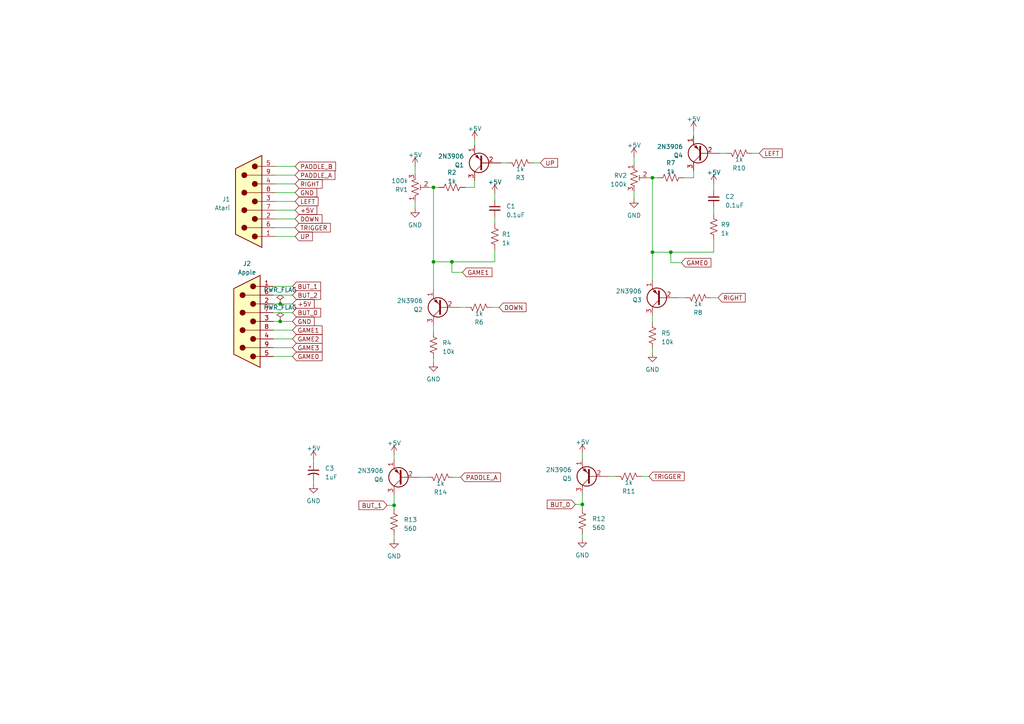
<source format=kicad_sch>
(kicad_sch (version 20230121) (generator eeschema)
  (paper "A4")
  (lib_symbols
    (symbol "Connector:DE9_Plug" (pin_names (offset 1.016) hide)
      (property "Reference" "J" (at 0 13.97 0))
      (property "Value" "DE9_Plug" (at 0 -14.605 0))
      (symbol "DE9_Plug_0_1"
        (circle (center -1.778 -10.16) (radius 0.762) (fill (type outline)))
        (circle (center -1.778 -5.08) (radius 0.762) (fill (type outline)))
        (circle (center -1.778 0) (radius 0.762) (fill (type outline)))
        (circle (center -1.778 5.08) (radius 0.762) (fill (type outline)))
        (circle (center -1.778 10.16) (radius 0.762) (fill (type outline)))
        (polyline (pts (xy -3.81 -10.16) (xy -2.54 -10.16)))
        (polyline (pts (xy -3.81 -7.62) (xy 0.508 -7.62)))
        (polyline (pts (xy -3.81 -5.08) (xy -2.54 -5.08)))
        (polyline (pts (xy -3.81 -2.54) (xy 0.508 -2.54)))
        (polyline (pts (xy -3.81 0) (xy -2.54 0)))
        (polyline (pts (xy -3.81 2.54) (xy 0.508 2.54)))
        (polyline (pts (xy -3.81 5.08) (xy -2.54 5.08)))
        (polyline (pts (xy -3.81 7.62) (xy 0.508 7.62)))
        (polyline (pts (xy -3.81 10.16) (xy -2.54 10.16)))
        (polyline (pts (xy -3.81 -13.335) (xy -3.81 13.335) (xy 3.81 9.525) (xy 3.81 -9.525) (xy -3.81 -13.335)) (stroke (width 0.254)) (fill (type background)))
        (circle (center 1.27 -7.62) (radius 0.762) (fill (type outline)))
        (circle (center 1.27 -2.54) (radius 0.762) (fill (type outline)))
        (circle (center 1.27 2.54) (radius 0.762) (fill (type outline)))
        (circle (center 1.27 7.62) (radius 0.762) (fill (type outline)))
      )
      (symbol "DE9_Plug_1_1"
        (pin passive line (at -7.62 -10.16 0) (length 3.81) (name "1") (number "1"))
        (pin passive line (at -7.62 -5.08 0) (length 3.81) (name "2") (number "2"))
        (pin passive line (at -7.62 0 0) (length 3.81) (name "3") (number "3"))
        (pin passive line (at -7.62 5.08 0) (length 3.81) (name "4") (number "4"))
        (pin passive line (at -7.62 10.16 0) (length 3.81) (name "5") (number "5"))
        (pin passive line (at -7.62 -7.62 0) (length 3.81) (name "6") (number "6"))
        (pin passive line (at -7.62 -2.54 0) (length 3.81) (name "7") (number "7"))
        (pin passive line (at -7.62 2.54 0) (length 3.81) (name "8") (number "8"))
        (pin passive line (at -7.62 7.62 0) (length 3.81) (name "9") (number "9"))
      )
    )
    (symbol "Device:C_Polarized_Small_US" (pin_numbers hide) (pin_names (offset 0.254) hide)
      (property "Reference" "C" (at 0.254 1.778 0))
      (property "Value" "C_Polarized_Small_US" (at 0.254 -2.032 0))
      (symbol "C_Polarized_Small_US_0_1"
        (polyline (pts (xy -1.524 0.508) (xy 1.524 0.508)) (stroke (width 0.3048)))
        (polyline (pts (xy -1.27 1.524) (xy -0.762 1.524)))
        (polyline (pts (xy -1.016 1.27) (xy -1.016 1.778)))
        (arc (start 1.524 -0.762) (mid 0 -0.3734) (end -1.524 -0.762) (stroke (width 0.3048)))
      )
      (symbol "C_Polarized_Small_US_1_1"
        (pin passive line (at 0 2.54 270) (length 2.032) (name "~") (number "1"))
        (pin passive line (at 0 -2.54 90) (length 2.032) (name "~") (number "2"))
      )
    )
    (symbol "Device:C_Small" (pin_numbers hide) (pin_names (offset 0.254) hide)
      (property "Reference" "C" (at 0.254 1.778 0))
      (property "Value" "C_Small" (at 0.254 -2.032 0))
      (symbol "C_Small_0_1"
        (polyline (pts (xy -1.524 -0.508) (xy 1.524 -0.508)) (stroke (width 0.3302)))
        (polyline (pts (xy -1.524 0.508) (xy 1.524 0.508)) (stroke (width 0.3048)))
      )
      (symbol "C_Small_1_1"
        (pin passive line (at 0 2.54 270) (length 2.032) (name "~") (number "1"))
        (pin passive line (at 0 -2.54 90) (length 2.032) (name "~") (number "2"))
      )
    )
    (symbol "Device:R_Potentiometer_Trim_US" (pin_names (offset 1.016) hide)
      (property "Reference" "RV" (at -4.445 0 90))
      (property "Value" "R_Potentiometer_Trim_US" (at -2.54 0 90))
      (symbol "R_Potentiometer_Trim_US_0_1"
        (polyline (pts (xy 0 -2.286) (xy 0 -2.54)))
        (polyline (pts (xy 0 2.286) (xy 0 2.54)))
        (polyline (pts (xy 1.524 0.762) (xy 1.524 -0.762)))
        (polyline (pts (xy 2.54 0) (xy 1.524 0)))
        (polyline (pts (xy 0 -0.762) (xy 1.016 -1.143) (xy 0 -1.524) (xy -1.016 -1.905) (xy 0 -2.286)))
        (polyline (pts (xy 0 0.762) (xy 1.016 0.381) (xy 0 0) (xy -1.016 -0.381) (xy 0 -0.762)))
        (polyline (pts (xy 0 2.286) (xy 1.016 1.905) (xy 0 1.524) (xy -1.016 1.143) (xy 0 0.762)))
      )
      (symbol "R_Potentiometer_Trim_US_1_1"
        (pin passive line (at 0 3.81 270) (length 1.27) (name "1") (number "1"))
        (pin passive line (at 3.81 0 180) (length 1.27) (name "2") (number "2"))
        (pin passive line (at 0 -3.81 90) (length 1.27) (name "3") (number "3"))
      )
    )
    (symbol "Device:R_US" (pin_numbers hide) (pin_names (offset 0))
      (property "Reference" "R" (at 2.54 0 90))
      (property "Value" "R_US" (at -2.54 0 90))
      (symbol "R_US_0_1"
        (polyline (pts (xy 0 -2.286) (xy 0 -2.54)))
        (polyline (pts (xy 0 2.286) (xy 0 2.54)))
        (polyline (pts (xy 0 -0.762) (xy 1.016 -1.143) (xy 0 -1.524) (xy -1.016 -1.905) (xy 0 -2.286)))
        (polyline (pts (xy 0 0.762) (xy 1.016 0.381) (xy 0 0) (xy -1.016 -0.381) (xy 0 -0.762)))
        (polyline (pts (xy 0 2.286) (xy 1.016 1.905) (xy 0 1.524) (xy -1.016 1.143) (xy 0 0.762)))
      )
      (symbol "R_US_1_1"
        (pin passive line (at 0 3.81 270) (length 1.27) (name "~") (number "1"))
        (pin passive line (at 0 -3.81 90) (length 1.27) (name "~") (number "2"))
      )
    )
    (symbol "Transistor_BJT:2N3906" (pin_names (offset 0) hide)
      (property "Reference" "Q" (at 5.08 1.905 0))
      (property "Value" "2N3906" (at 5.08 0 0))
      (symbol "2N3906_0_1"
        (polyline (pts (xy 0.635 0.635) (xy 2.54 2.54)))
        (polyline (pts (xy 0.635 -0.635) (xy 2.54 -2.54) (xy 2.54 -2.54)))
        (polyline (pts (xy 0.635 1.905) (xy 0.635 -1.905) (xy 0.635 -1.905)) (stroke (width 0.508)))
        (polyline (pts (xy 2.286 -1.778) (xy 1.778 -2.286) (xy 1.27 -1.27) (xy 2.286 -1.778) (xy 2.286 -1.778)) (fill (type outline)))
        (circle (center 1.27 0) (radius 2.8194) (stroke (width 0.254)))
      )
      (symbol "2N3906_1_1"
        (pin passive line (at 2.54 -5.08 90) (length 2.54) (name "E") (number "1"))
        (pin input line (at -5.08 0 0) (length 5.715) (name "B") (number "2"))
        (pin passive line (at 2.54 5.08 270) (length 2.54) (name "C") (number "3"))
      )
    )
    (symbol "power:+5V" (power) (pin_names (offset 0))
      (property "Value" "+5V" (at 0 3.556 0))
      (symbol "+5V_0_1"
        (polyline (pts (xy -0.762 1.27) (xy 0 2.54)))
        (polyline (pts (xy 0 0) (xy 0 2.54)))
        (polyline (pts (xy 0 2.54) (xy 0.762 1.27)))
      )
      (symbol "+5V_1_1"
        (pin power_in line (at 0 0 90) (length 0) hide (name "+5V") (number "1"))
      )
    )
    (symbol "power:GND" (power) (pin_names (offset 0))
      (property "Value" "GND" (at 0 -3.81 0))
      (symbol "GND_0_1"
        (polyline (pts (xy 0 0) (xy 0 -1.27) (xy 1.27 -1.27) (xy 0 -2.54) (xy -1.27 -1.27) (xy 0 -1.27)))
      )
      (symbol "GND_1_1"
        (pin power_in line (at 0 0 270) (length 0) hide (name "GND") (number "1"))
      )
    )
    (symbol "power:PWR_FLAG" (power) (pin_numbers hide) (pin_names (offset 0) hide)
      (property "Value" "PWR_FLAG" (at 0 3.81 0))
      (symbol "PWR_FLAG_0_0"
        (pin power_out line (at 0 0 90) (length 0) (name "pwr") (number "1"))
      )
      (symbol "PWR_FLAG_0_1"
        (polyline (pts (xy 0 0) (xy 0 1.27) (xy -1.016 1.905) (xy 0 2.54) (xy 1.016 1.905) (xy 0 1.27)))
      )
    )
  )
  (junction (at 189.23 73.152))
  (junction (at 131.064 75.946))
  (junction (at 81.28 88.138))
  (junction (at 168.91 146.304))
  (junction (at 189.23 51.562))
  (junction (at 125.73 75.946))
  (junction (at 194.564 73.152))
  (junction (at 114.3 146.558))
  (junction (at 81.28 93.218))
  (junction (at 125.73 54.356))
  (wire (pts (xy 194.564 73.152) (xy 207.01 73.152)))
  (wire (pts (xy 189.23 51.562) (xy 190.754 51.562)))
  (wire (pts (xy 154.686 47.244) (xy 156.718 47.244)))
  (wire (pts (xy 120.396 58.166) (xy 120.396 60.452)))
  (wire (pts (xy 183.896 45.466) (xy 183.896 47.752)))
  (wire (pts (xy 168.91 146.304) (xy 168.91 147.32)))
  (wire (pts (xy 90.932 139.446) (xy 90.932 140.462)))
  (wire (pts (xy 81.28 88.138) (xy 84.836 88.138)))
  (wire (pts (xy 186.182 138.176) (xy 188.214 138.176)))
  (wire (pts (xy 79.248 83.058) (xy 84.836 83.058)))
  (wire (pts (xy 218.186 44.45) (xy 220.218 44.45)))
  (wire (pts (xy 85.598 60.96) (xy 79.756 60.96)))
  (wire (pts (xy 207.01 60.198) (xy 207.01 61.976)))
  (wire (pts (xy 114.3 146.558) (xy 114.3 147.574)))
  (wire (pts (xy 125.73 94.234) (xy 125.73 96.266)))
  (wire (pts (xy 145.288 47.244) (xy 147.066 47.244)))
  (wire (pts (xy 143.51 75.946) (xy 143.51 72.39)))
  (wire (pts (xy 114.3 143.51) (xy 114.3 146.558)))
  (wire (pts (xy 189.23 51.562) (xy 189.23 73.152)))
  (wire (pts (xy 176.53 138.176) (xy 178.562 138.176)))
  (wire (pts (xy 120.396 48.26) (xy 120.396 50.546)))
  (wire (pts (xy 114.3 146.558) (xy 112.268 146.558)))
  (wire (pts (xy 125.73 75.946) (xy 131.064 75.946)))
  (wire (pts (xy 79.248 98.298) (xy 84.836 98.298)))
  (wire (pts (xy 121.92 138.43) (xy 123.952 138.43)))
  (wire (pts (xy 79.248 95.758) (xy 84.836 95.758)))
  (wire (pts (xy 131.572 138.43) (xy 133.604 138.43)))
  (wire (pts (xy 194.564 73.152) (xy 194.564 76.2)))
  (wire (pts (xy 81.28 93.218) (xy 84.836 93.218)))
  (wire (pts (xy 125.73 54.356) (xy 125.73 75.946)))
  (wire (pts (xy 114.3 155.194) (xy 114.3 156.464)))
  (wire (pts (xy 142.748 89.154) (xy 144.78 89.154)))
  (wire (pts (xy 114.3 131.826) (xy 114.3 133.35)))
  (wire (pts (xy 206.248 86.36) (xy 208.28 86.36)))
  (wire (pts (xy 168.91 146.304) (xy 166.878 146.304)))
  (wire (pts (xy 79.248 88.138) (xy 81.28 88.138)))
  (wire (pts (xy 85.598 50.8) (xy 79.756 50.8)))
  (wire (pts (xy 201.168 37.846) (xy 201.168 39.37)))
  (wire (pts (xy 189.23 91.44) (xy 189.23 93.472)))
  (wire (pts (xy 137.668 40.64) (xy 137.668 42.164)))
  (wire (pts (xy 79.248 100.838) (xy 84.836 100.838)))
  (wire (pts (xy 137.668 52.324) (xy 137.668 54.356)))
  (wire (pts (xy 79.248 93.218) (xy 81.28 93.218)))
  (wire (pts (xy 207.01 53.34) (xy 207.01 55.118)))
  (wire (pts (xy 85.598 58.42) (xy 79.756 58.42)))
  (wire (pts (xy 189.23 73.152) (xy 189.23 81.28)))
  (wire (pts (xy 189.23 73.152) (xy 194.564 73.152)))
  (wire (pts (xy 198.374 51.562) (xy 201.168 51.562)))
  (wire (pts (xy 134.874 54.356) (xy 137.668 54.356)))
  (wire (pts (xy 168.91 143.256) (xy 168.91 146.304)))
  (wire (pts (xy 189.23 101.092) (xy 189.23 102.362)))
  (wire (pts (xy 143.51 56.134) (xy 143.51 57.912)))
  (wire (pts (xy 79.248 85.598) (xy 84.836 85.598)))
  (wire (pts (xy 85.598 63.5) (xy 79.756 63.5)))
  (wire (pts (xy 85.598 68.58) (xy 79.756 68.58)))
  (wire (pts (xy 85.598 48.26) (xy 79.756 48.26)))
  (wire (pts (xy 133.35 89.154) (xy 135.128 89.154)))
  (wire (pts (xy 168.91 131.572) (xy 168.91 133.096)))
  (wire (pts (xy 125.73 54.356) (xy 127.254 54.356)))
  (wire (pts (xy 131.064 78.994) (xy 134.112 78.994)))
  (wire (pts (xy 79.248 103.378) (xy 84.836 103.378)))
  (wire (pts (xy 131.064 75.946) (xy 143.51 75.946)))
  (wire (pts (xy 196.85 86.36) (xy 198.628 86.36)))
  (wire (pts (xy 183.896 55.372) (xy 183.896 57.658)))
  (wire (pts (xy 85.598 53.34) (xy 79.756 53.34)))
  (wire (pts (xy 168.91 154.94) (xy 168.91 156.21)))
  (wire (pts (xy 143.51 62.992) (xy 143.51 64.77)))
  (wire (pts (xy 125.73 75.946) (xy 125.73 84.074)))
  (wire (pts (xy 124.206 54.356) (xy 125.73 54.356)))
  (wire (pts (xy 208.788 44.45) (xy 210.566 44.45)))
  (wire (pts (xy 85.598 55.88) (xy 79.756 55.88)))
  (wire (pts (xy 187.706 51.562) (xy 189.23 51.562)))
  (wire (pts (xy 207.01 73.152) (xy 207.01 69.596)))
  (wire (pts (xy 131.064 75.946) (xy 131.064 78.994)))
  (wire (pts (xy 194.564 76.2) (xy 197.612 76.2)))
  (wire (pts (xy 79.248 90.678) (xy 84.836 90.678)))
  (wire (pts (xy 201.168 49.53) (xy 201.168 51.562)))
  (wire (pts (xy 85.598 66.04) (xy 79.756 66.04)))
  (wire (pts (xy 125.73 103.886) (xy 125.73 105.156)))
  (wire (pts (xy 90.932 133.35) (xy 90.932 134.366)))
  (global_label "GAME0" (shape input) (at 197.612 76.2 0) (property "Intersheetrefs" "${INTERSHEET_REFS}" (effects hide)))
  (global_label "BUT_1" (shape input) (at 84.836 83.058 0) (property "Intersheetrefs" "${INTERSHEET_REFS}" (effects hide)))
  (global_label "+5V" (shape input) (at 84.836 88.138 0) (property "Intersheetrefs" "${INTERSHEET_REFS}" (effects hide)))
  (global_label "BUT_0" (shape input) (at 166.878 146.304 180) (property "Intersheetrefs" "${INTERSHEET_REFS}" (effects hide)))
  (global_label "PADDLE_B" (shape input) (at 85.598 48.26 0) (property "Intersheetrefs" "${INTERSHEET_REFS}" (effects hide)))
  (global_label "GAME0" (shape input) (at 84.836 103.378 0) (property "Intersheetrefs" "${INTERSHEET_REFS}" (effects hide)))
  (global_label "PADDLE_A" (shape input) (at 133.604 138.43 0) (property "Intersheetrefs" "${INTERSHEET_REFS}" (effects hide)))
  (global_label "GAME2" (shape input) (at 84.836 98.298 0) (property "Intersheetrefs" "${INTERSHEET_REFS}" (effects hide)))
  (global_label "GND" (shape input) (at 84.836 93.218 0) (property "Intersheetrefs" "${INTERSHEET_REFS}" (effects hide)))
  (global_label "BUT_1" (shape input) (at 112.268 146.558 180) (property "Intersheetrefs" "${INTERSHEET_REFS}" (effects hide)))
  (global_label "PADDLE_A" (shape input) (at 85.598 50.8 0) (property "Intersheetrefs" "${INTERSHEET_REFS}" (effects hide)))
  (global_label "GAME1" (shape input) (at 84.836 95.758 0) (property "Intersheetrefs" "${INTERSHEET_REFS}" (effects hide)))
  (global_label "RIGHT" (shape input) (at 85.598 53.34 0) (property "Intersheetrefs" "${INTERSHEET_REFS}" (effects hide)))
  (global_label "RIGHT" (shape input) (at 208.28 86.36 0) (property "Intersheetrefs" "${INTERSHEET_REFS}" (effects hide)))
  (global_label "GAME3" (shape input) (at 84.836 100.838 0) (property "Intersheetrefs" "${INTERSHEET_REFS}" (effects hide)))
  (global_label "UP" (shape input) (at 156.718 47.244 0) (property "Intersheetrefs" "${INTERSHEET_REFS}" (effects hide)))
  (global_label "GND" (shape input) (at 85.598 55.88 0) (property "Intersheetrefs" "${INTERSHEET_REFS}" (effects hide)))
  (global_label "TRIGGER" (shape input) (at 85.598 66.04 0) (property "Intersheetrefs" "${INTERSHEET_REFS}" (effects hide)))
  (global_label "LEFT" (shape input) (at 85.598 58.42 0) (property "Intersheetrefs" "${INTERSHEET_REFS}" (effects hide)))
  (global_label "DOWN" (shape input) (at 144.78 89.154 0) (property "Intersheetrefs" "${INTERSHEET_REFS}" (effects hide)))
  (global_label "DOWN" (shape input) (at 85.598 63.5 0) (property "Intersheetrefs" "${INTERSHEET_REFS}" (effects hide)))
  (global_label "BUT_0" (shape input) (at 84.836 90.678 0) (property "Intersheetrefs" "${INTERSHEET_REFS}" (effects hide)))
  (global_label "GAME1" (shape input) (at 134.112 78.994 0) (property "Intersheetrefs" "${INTERSHEET_REFS}" (effects hide)))
  (global_label "BUT_2" (shape input) (at 84.836 85.598 0) (property "Intersheetrefs" "${INTERSHEET_REFS}" (effects hide)))
  (global_label "TRIGGER" (shape input) (at 188.214 138.176 0) (property "Intersheetrefs" "${INTERSHEET_REFS}" (effects hide)))
  (global_label "UP" (shape input) (at 85.598 68.58 0) (property "Intersheetrefs" "${INTERSHEET_REFS}" (effects hide)))
  (global_label "LEFT" (shape input) (at 220.218 44.45 0) (property "Intersheetrefs" "${INTERSHEET_REFS}" (effects hide)))
  (global_label "+5V" (shape input) (at 85.598 60.96 0) (property "Intersheetrefs" "${INTERSHEET_REFS}" (effects hide)))
  (symbol (lib_id "Device:R_US") (at 189.23 97.282 180) (unit 1)
    (property "Reference" "R5" (at 191.77 96.647 0) (effects (justify right)))
    (property "Value" "10k" (at 191.77 99.187 0) (effects (justify right)))
    (property "Footprint" "R_Axial_DIN0204_L3.6mm_D1.6mm_P7.62mm_Horizontal" (effects hide))
  )
  (symbol (lib_id "Connector:DE9_Plug") (at 71.628 93.218 180) (unit 1)
    (property "Reference" "J2" (at 71.628 76.454 0))
    (property "Value" "Apple" (at 71.628 78.994 0))
    (property "Footprint" "Connector_Dsub:DSUB-9_Male_EdgeMount_P2.77mm" (effects hide))
    (property "Datasheet" " ~" (effects hide))
  )
  (symbol (lib_id "power:+5V") (at 143.51 56.134 0) (unit 1)
    (property "Reference" "#PWR04" (effects hide))
    (property "Value" "+5V" (at 143.51 52.832 0))
  )
  (symbol (lib_id "Device:R_US") (at 138.938 89.154 90) (mirror x) (unit 1)
    (property "Reference" "R6" (at 138.938 93.472 90))
    (property "Value" "1k" (at 138.938 90.932 90))
    (property "Footprint" "R_Axial_DIN0204_L3.6mm_D1.6mm_P7.62mm_Horizontal" (effects hide))
  )
  (symbol (lib_id "Device:R_US") (at 214.376 44.45 90) (mirror x) (unit 1)
    (property "Reference" "R10" (at 214.376 48.768 90))
    (property "Value" "1k" (at 214.376 46.228 90))
    (property "Footprint" "R_Axial_DIN0204_L3.6mm_D1.6mm_P7.62mm_Horizontal" (effects hide))
  )
  (symbol (lib_id "Transistor_BJT:2N3906") (at 171.45 138.176 180) (unit 1)
    (property "Reference" "Q5" (at 165.862 138.811 0) (effects (justify left)))
    (property "Value" "2N3906" (at 165.862 136.271 0) (effects (justify left)))
    (property "Footprint" "Package_TO_SOT_THT:TO-92_Inline_Wide" (effects hide))
    (property "Datasheet" "https://www.onsemi.com/pub/Collateral/2N3906-D.PDF" (effects hide))
  )
  (symbol (lib_id "power:+5V") (at 201.168 37.846 0) (unit 1)
    (property "Reference" "#PWR09" (effects hide))
    (property "Value" "+5V" (at 201.168 34.544 0))
  )
  (symbol (lib_id "Device:R_US") (at 194.564 51.562 90) (unit 1)
    (property "Reference" "R7" (at 194.564 47.244 90))
    (property "Value" "1k" (at 194.564 49.784 90))
    (property "Footprint" "R_Axial_DIN0204_L3.6mm_D1.6mm_P7.62mm_Horizontal" (effects hide))
  )
  (symbol (lib_id "Device:C_Small") (at 143.51 60.452 0) (unit 1)
    (property "Reference" "C1" (at 146.812 59.8233 0) (effects (justify left)))
    (property "Value" "0.1uF" (at 146.812 62.3633 0) (effects (justify left)))
    (property "Footprint" "C_Disc_D3.0mm_W1.6mm_P2.50mm" (effects hide))
  )
  (symbol (lib_id "Device:R_US") (at 168.91 151.13 180) (unit 1)
    (property "Reference" "R12" (at 171.704 150.495 0) (effects (justify right)))
    (property "Value" "560" (at 171.704 153.035 0) (effects (justify right)))
    (property "Footprint" "R_Axial_DIN0204_L3.6mm_D1.6mm_P7.62mm_Horizontal" (effects hide))
  )
  (symbol (lib_id "power:+5V") (at 183.896 45.466 0) (unit 1)
    (property "Reference" "#PWR05" (effects hide))
    (property "Value" "+5V" (at 183.896 42.164 0))
  )
  (symbol (lib_id "power:+5V") (at 114.3 131.826 0) (unit 1)
    (property "Reference" "#PWR013" (effects hide))
    (property "Value" "+5V" (at 114.3 128.524 0))
  )
  (symbol (lib_id "Device:R_US") (at 207.01 65.786 0) (unit 1)
    (property "Reference" "R9" (at 209.042 65.151 0) (effects (justify left)))
    (property "Value" "1k" (at 209.042 67.691 0) (effects (justify left)))
    (property "Footprint" "R_Axial_DIN0204_L3.6mm_D1.6mm_P7.62mm_Horizontal" (effects hide))
  )
  (symbol (lib_id "Device:R_US") (at 202.438 86.36 90) (mirror x) (unit 1)
    (property "Reference" "R8" (at 202.438 90.678 90))
    (property "Value" "1k" (at 202.438 88.138 90))
    (property "Footprint" "R_Axial_DIN0204_L3.6mm_D1.6mm_P7.62mm_Horizontal" (effects hide))
  )
  (symbol (lib_id "power:+5V") (at 120.396 48.26 0) (unit 1)
    (property "Reference" "#PWR01" (effects hide))
    (property "Value" "+5V" (at 120.396 44.958 0))
  )
  (symbol (lib_id "Transistor_BJT:2N3906") (at 116.84 138.43 180) (unit 1)
    (property "Reference" "Q6" (at 111.252 139.065 0) (effects (justify left)))
    (property "Value" "2N3906" (at 111.252 136.525 0) (effects (justify left)))
    (property "Footprint" "Package_TO_SOT_THT:TO-92_Inline_Wide" (effects hide))
    (property "Datasheet" "https://www.onsemi.com/pub/Collateral/2N3906-D.PDF" (effects hide))
  )
  (symbol (lib_id "power:+5V") (at 137.668 40.64 0) (unit 1)
    (property "Reference" "#PWR02" (effects hide))
    (property "Value" "+5V" (at 137.668 37.338 0))
  )
  (symbol (lib_id "Device:R_US") (at 127.762 138.43 90) (mirror x) (unit 1)
    (property "Reference" "R14" (at 127.762 142.748 90))
    (property "Value" "1k" (at 127.762 140.208 90))
    (property "Footprint" "R_Axial_DIN0204_L3.6mm_D1.6mm_P7.62mm_Horizontal" (effects hide))
  )
  (symbol (lib_id "Device:R_Potentiometer_Trim_US") (at 120.396 54.356 0) (mirror x) (unit 1)
    (property "Reference" "RV1" (at 118.364 54.991 0) (effects (justify right)))
    (property "Value" "100k" (at 118.364 52.451 0) (effects (justify right)))
    (property "Footprint" "Potentiometer_Runtron_RM-065_Vertical" (effects hide))
  )
  (symbol (lib_id "Device:R_US") (at 125.73 100.076 180) (unit 1)
    (property "Reference" "R4" (at 128.27 99.441 0) (effects (justify right)))
    (property "Value" "10k" (at 128.27 101.981 0) (effects (justify right)))
    (property "Footprint" "R_Axial_DIN0204_L3.6mm_D1.6mm_P7.62mm_Horizontal" (effects hide))
  )
  (symbol (lib_id "Transistor_BJT:2N3906") (at 191.77 86.36 180) (unit 1)
    (property "Reference" "Q3" (at 186.182 86.995 0) (effects (justify left)))
    (property "Value" "2N3906" (at 186.182 84.455 0) (effects (justify left)))
    (property "Footprint" "Package_TO_SOT_THT:TO-92_Inline_Wide" (effects hide))
    (property "Datasheet" "https://www.onsemi.com/pub/Collateral/2N3906-D.PDF" (effects hide))
  )
  (symbol (lib_id "Device:R_US") (at 150.876 47.244 90) (mirror x) (unit 1)
    (property "Reference" "R3" (at 150.876 51.562 90))
    (property "Value" "1k" (at 150.876 49.022 90))
    (property "Footprint" "R_Axial_DIN0204_L3.6mm_D1.6mm_P7.62mm_Horizontal" (effects hide))
  )
  (symbol (lib_id "Transistor_BJT:2N3906") (at 128.27 89.154 180) (unit 1)
    (property "Reference" "Q2" (at 122.682 89.789 0) (effects (justify left)))
    (property "Value" "2N3906" (at 122.682 87.249 0) (effects (justify left)))
    (property "Footprint" "Package_TO_SOT_THT:TO-92_Inline_Wide" (effects hide))
    (property "Datasheet" "https://www.onsemi.com/pub/Collateral/2N3906-D.PDF" (effects hide))
  )
  (symbol (lib_id "power:+5V") (at 168.91 131.572 0) (unit 1)
    (property "Reference" "#PWR011" (effects hide))
    (property "Value" "+5V" (at 168.91 128.27 0))
  )
  (symbol (lib_id "power:PWR_FLAG") (at 81.28 93.218 0) (unit 1)
    (property "Reference" "#FLG02" (effects hide))
    (property "Value" "PWR_FLAG" (at 81.28 89.154 0))
  )
  (symbol (lib_id "Transistor_BJT:2N3906") (at 140.208 47.244 180) (unit 1)
    (property "Reference" "Q1" (at 134.62 47.879 0) (effects (justify left)))
    (property "Value" "2N3906" (at 134.62 45.339 0) (effects (justify left)))
    (property "Footprint" "Package_TO_SOT_THT:TO-92_Inline_Wide" (effects hide))
    (property "Datasheet" "https://www.onsemi.com/pub/Collateral/2N3906-D.PDF" (effects hide))
  )
  (symbol (lib_id "Device:C_Polarized_Small_US") (at 90.932 136.906 0) (unit 1)
    (property "Reference" "C3" (at 94.234 135.8392 0) (effects (justify left)))
    (property "Value" "1uF" (at 94.234 138.3792 0) (effects (justify left)))
    (property "Footprint" "Capacitor_THT:CP_Radial_D5.0mm_P2.00mm" (effects hide))
  )
  (symbol (lib_id "Device:R_US") (at 143.51 68.58 0) (unit 1)
    (property "Reference" "R1" (at 145.542 67.945 0) (effects (justify left)))
    (property "Value" "1k" (at 145.542 70.485 0) (effects (justify left)))
    (property "Footprint" "R_Axial_DIN0204_L3.6mm_D1.6mm_P7.62mm_Horizontal" (effects hide))
  )
  (symbol (lib_id "Device:R_US") (at 114.3 151.384 180) (unit 1)
    (property "Reference" "R13" (at 117.094 150.749 0) (effects (justify right)))
    (property "Value" "560" (at 117.094 153.289 0) (effects (justify right)))
    (property "Footprint" "R_Axial_DIN0204_L3.6mm_D1.6mm_P7.62mm_Horizontal" (effects hide))
  )
  (symbol (lib_id "power:+5V") (at 90.932 133.35 0) (unit 1)
    (property "Reference" "#PWR015" (effects hide))
    (property "Value" "+5V" (at 90.932 130.048 0))
  )
  (symbol (lib_id "Device:R_Potentiometer_Trim_US") (at 183.896 51.562 0) (unit 1)
    (property "Reference" "RV2" (at 181.864 50.927 0) (effects (justify right)))
    (property "Value" "100k" (at 181.864 53.467 0) (effects (justify right)))
    (property "Footprint" "Potentiometer_Runtron_RM-065_Vertical" (effects hide))
  )
  (symbol (lib_id "power:GND") (at 183.896 57.658 0) (unit 1)
    (property "Reference" "#PWR07" (effects hide))
    (property "Value" "GND" (at 183.896 62.484 0))
  )
  (symbol (lib_id "power:GND") (at 168.91 156.21 0) (unit 1)
    (property "Reference" "#PWR012" (effects hide))
    (property "Value" "GND" (at 168.91 161.036 0))
  )
  (symbol (lib_id "Connector:DE9_Plug") (at 72.136 58.42 0) (mirror y) (unit 1)
    (property "Reference" "J1" (at 66.802 57.785 0) (effects (justify left)))
    (property "Value" "Atari" (at 66.802 60.325 0) (effects (justify left)))
    (property "Footprint" "Connector_Dsub:DSUB-9_Male_EdgeMount_P2.77mm" (effects hide))
    (property "Datasheet" " ~" (effects hide))
  )
  (symbol (lib_id "Device:R_US") (at 182.372 138.176 90) (mirror x) (unit 1)
    (property "Reference" "R11" (at 182.372 142.494 90))
    (property "Value" "1k" (at 182.372 139.954 90))
    (property "Footprint" "R_Axial_DIN0204_L3.6mm_D1.6mm_P7.62mm_Horizontal" (effects hide))
  )
  (symbol (lib_id "power:GND") (at 125.73 105.156 0) (unit 1)
    (property "Reference" "#PWR06" (effects hide))
    (property "Value" "GND" (at 125.73 109.982 0))
  )
  (symbol (lib_id "Device:R_US") (at 131.064 54.356 90) (unit 1)
    (property "Reference" "R2" (at 131.064 50.038 90))
    (property "Value" "1k" (at 131.064 52.578 90))
    (property "Footprint" "R_Axial_DIN0204_L3.6mm_D1.6mm_P7.62mm_Horizontal" (effects hide))
  )
  (symbol (lib_id "power:PWR_FLAG") (at 81.28 88.138 0) (unit 1)
    (property "Reference" "#FLG01" (effects hide))
    (property "Value" "PWR_FLAG" (at 81.28 84.074 0))
  )
  (symbol (lib_id "Transistor_BJT:2N3906") (at 203.708 44.45 180) (unit 1)
    (property "Reference" "Q4" (at 198.12 45.085 0) (effects (justify left)))
    (property "Value" "2N3906" (at 198.12 42.545 0) (effects (justify left)))
    (property "Footprint" "Package_TO_SOT_THT:TO-92_Inline_Wide" (effects hide))
    (property "Datasheet" "https://www.onsemi.com/pub/Collateral/2N3906-D.PDF" (effects hide))
  )
  (symbol (lib_id "power:GND") (at 189.23 102.362 0) (unit 1)
    (property "Reference" "#PWR08" (effects hide))
    (property "Value" "GND" (at 189.23 107.188 0))
  )
  (symbol (lib_id "power:GND") (at 90.932 140.462 0) (unit 1)
    (property "Reference" "#PWR016" (effects hide))
    (property "Value" "GND" (at 90.932 145.288 0))
  )
  (symbol (lib_id "power:+5V") (at 207.01 53.34 0) (unit 1)
    (property "Reference" "#PWR010" (effects hide))
    (property "Value" "+5V" (at 207.01 50.038 0))
  )
  (symbol (lib_id "power:GND") (at 114.3 156.464 0) (unit 1)
    (property "Reference" "#PWR014" (effects hide))
    (property "Value" "GND" (at 114.3 161.29 0))
  )
  (symbol (lib_id "Device:C_Small") (at 207.01 57.658 0) (unit 1)
    (property "Reference" "C2" (at 210.312 57.0293 0) (effects (justify left)))
    (property "Value" "0.1uF" (at 210.312 59.5693 0) (effects (justify left)))
    (property "Footprint" "C_Disc_D3.0mm_W1.6mm_P2.50mm" (effects hide))
  )
  (symbol (lib_id "power:GND") (at 120.396 60.452 0) (unit 1)
    (property "Reference" "#PWR03" (effects hide))
    (property "Value" "GND" (at 120.396 65.278 0))
  )
)
</source>
